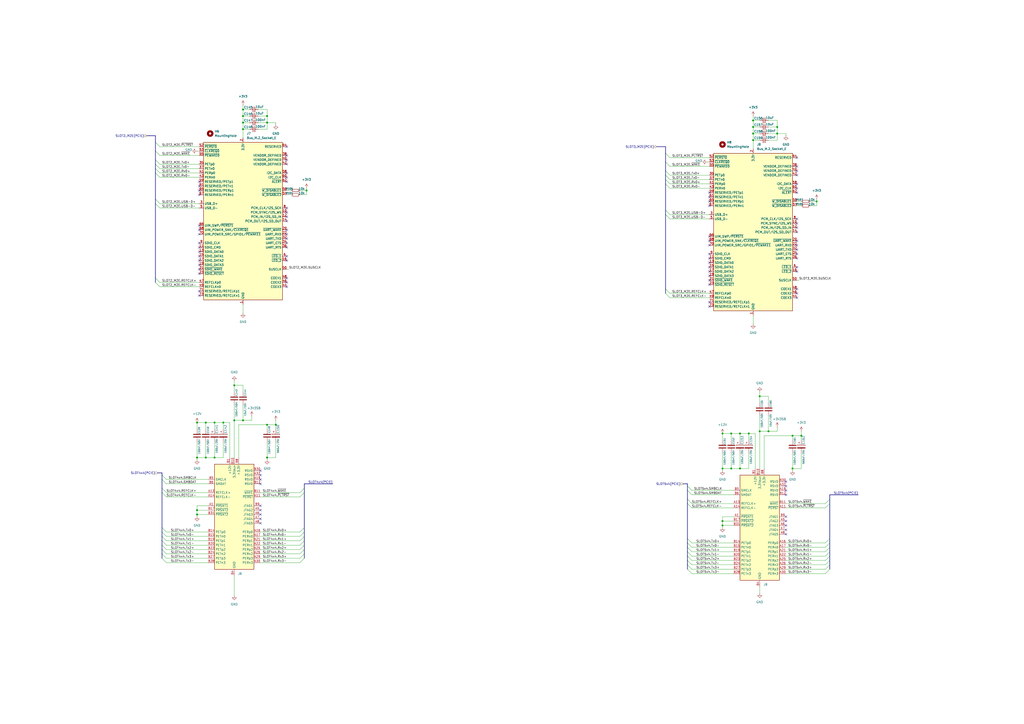
<source format=kicad_sch>
(kicad_sch (version 20250114) (generator "eeschema") (generator_version "9.0")
  (paper "A2")
  (junction (at 154.94 71.12))
  (junction (at 114.3 245.11))
  (junction (at 119.38 265.43))
  (junction (at 119.38 245.11))
  (junction (at 419.1 302.26))
  (junction (at 419.1 251.46))
  (junction (at 114.3 265.43))
  (junction (at 473.71 116.84))
  (junction (at 445.77 250.19))
  (junction (at 464.82 252.73))
  (junction (at 436.88 81.28))
  (junction (at 436.88 73.66))
  (junction (at 434.34 251.46))
  (junction (at 440.69 229.87))
  (junction (at 450.85 77.47))
  (junction (at 140.97 74.93))
  (junction (at 459.74 271.78))
  (junction (at 424.18 251.46))
  (junction (at 140.97 243.84))
  (junction (at 140.97 67.31))
  (junction (at 419.1 271.78))
  (junction (at 135.89 223.52))
  (junction (at 419.1 304.8))
  (junction (at 154.94 246.38))
  (junction (at 424.18 271.78))
  (junction (at 429.26 271.78))
  (junction (at 129.54 245.11))
  (junction (at 114.3 298.45))
  (junction (at 135.89 243.84))
  (junction (at 154.94 265.43))
  (junction (at 450.85 73.66))
  (junction (at 114.3 295.91))
  (junction (at 429.26 251.46))
  (junction (at 160.02 246.38))
  (junction (at 459.74 252.73))
  (junction (at 154.94 67.31))
  (junction (at 177.8 110.49))
  (junction (at 124.46 245.11))
  (junction (at 436.88 77.47))
  (junction (at 436.88 69.85))
  (junction (at 140.97 63.5))
  (junction (at 140.97 71.12))
  (junction (at 440.69 250.19))
  (junction (at 124.46 265.43))
  (no_connect (at 115.57 146.05))
  (no_connect (at 462.28 172.72))
  (no_connect (at 115.57 143.51))
  (no_connect (at 462.28 111.76))
  (no_connect (at 151.13 293.37))
  (no_connect (at 462.28 149.86))
  (no_connect (at 115.57 113.03))
  (no_connect (at 411.48 175.26))
  (no_connect (at 115.57 158.75))
  (no_connect (at 115.57 135.89))
  (no_connect (at 455.93 287.02))
  (no_connect (at 166.37 125.73))
  (no_connect (at 166.37 92.71))
  (no_connect (at 462.28 134.62))
  (no_connect (at 151.13 300.99))
  (no_connect (at 455.93 302.26))
  (no_connect (at 166.37 128.27))
  (no_connect (at 166.37 163.83))
  (no_connect (at 115.57 105.41))
  (no_connect (at 462.28 96.52))
  (no_connect (at 462.28 147.32))
  (no_connect (at 411.48 116.84))
  (no_connect (at 462.28 101.6))
  (no_connect (at 115.57 153.67))
  (no_connect (at 462.28 91.44))
  (no_connect (at 455.93 309.88))
  (no_connect (at 462.28 106.68))
  (no_connect (at 166.37 90.17))
  (no_connect (at 411.48 137.16))
  (no_connect (at 411.48 157.48))
  (no_connect (at 462.28 139.7))
  (no_connect (at 411.48 162.56))
  (no_connect (at 166.37 85.09))
  (no_connect (at 455.93 299.72))
  (no_connect (at 411.48 152.4))
  (no_connect (at 462.28 99.06))
  (no_connect (at 115.57 168.91))
  (no_connect (at 462.28 142.24))
  (no_connect (at 166.37 138.43))
  (no_connect (at 455.93 279.4))
  (no_connect (at 411.48 139.7))
  (no_connect (at 151.13 278.13))
  (no_connect (at 166.37 100.33))
  (no_connect (at 462.28 154.94))
  (no_connect (at 462.28 144.78))
  (no_connect (at 151.13 303.53))
  (no_connect (at 462.28 157.48))
  (no_connect (at 151.13 275.59))
  (no_connect (at 151.13 295.91))
  (no_connect (at 115.57 110.49))
  (no_connect (at 462.28 129.54))
  (no_connect (at 411.48 147.32))
  (no_connect (at 411.48 114.3))
  (no_connect (at 115.57 151.13))
  (no_connect (at 455.93 284.48))
  (no_connect (at 166.37 151.13))
  (no_connect (at 455.93 281.94))
  (no_connect (at 166.37 95.25))
  (no_connect (at 166.37 123.19))
  (no_connect (at 115.57 156.21))
  (no_connect (at 151.13 298.45))
  (no_connect (at 166.37 133.35))
  (no_connect (at 166.37 140.97))
  (no_connect (at 462.28 132.08))
  (no_connect (at 411.48 177.8))
  (no_connect (at 115.57 171.45))
  (no_connect (at 115.57 107.95))
  (no_connect (at 166.37 135.89))
  (no_connect (at 411.48 142.24))
  (no_connect (at 411.48 160.02))
  (no_connect (at 166.37 143.51))
  (no_connect (at 411.48 149.86))
  (no_connect (at 166.37 120.65))
  (no_connect (at 115.57 130.81))
  (no_connect (at 462.28 127))
  (no_connect (at 166.37 102.87))
  (no_connect (at 166.37 161.29))
  (no_connect (at 411.48 154.94))
  (no_connect (at 151.13 280.67))
  (no_connect (at 411.48 111.76))
  (no_connect (at 115.57 133.35))
  (no_connect (at 462.28 170.18))
  (no_connect (at 151.13 273.05))
  (no_connect (at 166.37 148.59))
  (no_connect (at 115.57 148.59))
  (no_connect (at 462.28 109.22))
  (no_connect (at 166.37 105.41))
  (no_connect (at 455.93 304.8))
  (no_connect (at 115.57 140.97))
  (no_connect (at 455.93 307.34))
  (no_connect (at 411.48 165.1))
  (no_connect (at 411.48 119.38))
  (no_connect (at 462.28 167.64))
  (no_connect (at 166.37 166.37))
  (bus_entry (at 90.17 115.57) (size 2.54 2.54))
  (bus_entry (at 481.33 330.2) (size -2.54 2.54))
  (bus_entry (at 481.33 320.04) (size -2.54 2.54))
  (bus_entry (at 481.33 289.56) (size -2.54 2.54))
  (bus_entry (at 386.08 88.9) (size 2.54 2.54))
  (bus_entry (at 176.53 323.85) (size -2.54 2.54))
  (bus_entry (at 386.08 93.98) (size 2.54 2.54))
  (bus_entry (at 176.53 311.15) (size -2.54 2.54))
  (bus_entry (at 176.53 283.21) (size -2.54 2.54))
  (bus_entry (at 398.78 281.94) (size 2.54 2.54))
  (bus_entry (at 93.98 308.61) (size 2.54 2.54))
  (bus_entry (at 176.53 316.23) (size -2.54 2.54))
  (bus_entry (at 481.33 312.42) (size -2.54 2.54))
  (bus_entry (at 90.17 82.55) (size 2.54 2.54))
  (bus_entry (at 90.17 163.83) (size 2.54 2.54))
  (bus_entry (at 93.98 316.23) (size 2.54 2.54))
  (bus_entry (at 176.53 306.07) (size -2.54 2.54))
  (bus_entry (at 398.78 325.12) (size 2.54 2.54))
  (bus_entry (at 176.53 318.77) (size -2.54 2.54))
  (bus_entry (at 386.08 101.6) (size 2.54 2.54))
  (bus_entry (at 90.17 100.33) (size 2.54 2.54))
  (bus_entry (at 93.98 321.31) (size 2.54 2.54))
  (bus_entry (at 386.08 104.14) (size 2.54 2.54))
  (bus_entry (at 90.17 92.71) (size 2.54 2.54))
  (bus_entry (at 93.98 323.85) (size 2.54 2.54))
  (bus_entry (at 93.98 311.15) (size 2.54 2.54))
  (bus_entry (at 176.53 308.61) (size -2.54 2.54))
  (bus_entry (at 93.98 283.21) (size 2.54 2.54))
  (bus_entry (at 481.33 327.66) (size -2.54 2.54))
  (bus_entry (at 93.98 278.13) (size 2.54 2.54))
  (bus_entry (at 90.17 95.25) (size 2.54 2.54))
  (bus_entry (at 481.33 292.1) (size -2.54 2.54))
  (bus_entry (at 93.98 318.77) (size 2.54 2.54))
  (bus_entry (at 176.53 285.75) (size -2.54 2.54))
  (bus_entry (at 93.98 313.69) (size 2.54 2.54))
  (bus_entry (at 93.98 285.75) (size 2.54 2.54))
  (bus_entry (at 398.78 322.58) (size 2.54 2.54))
  (bus_entry (at 398.78 289.56) (size 2.54 2.54))
  (bus_entry (at 398.78 327.66) (size 2.54 2.54))
  (bus_entry (at 398.78 330.2) (size 2.54 2.54))
  (bus_entry (at 386.08 99.06) (size 2.54 2.54))
  (bus_entry (at 481.33 317.5) (size -2.54 2.54))
  (bus_entry (at 398.78 320.04) (size 2.54 2.54))
  (bus_entry (at 90.17 118.11) (size 2.54 2.54))
  (bus_entry (at 93.98 306.07) (size 2.54 2.54))
  (bus_entry (at 386.08 167.64) (size 2.54 2.54))
  (bus_entry (at 398.78 314.96) (size 2.54 2.54))
  (bus_entry (at 386.08 106.68) (size 2.54 2.54))
  (bus_entry (at 176.53 321.31) (size -2.54 2.54))
  (bus_entry (at 398.78 292.1) (size 2.54 2.54))
  (bus_entry (at 481.33 314.96) (size -2.54 2.54))
  (bus_entry (at 90.17 161.29) (size 2.54 2.54))
  (bus_entry (at 398.78 317.5) (size 2.54 2.54))
  (bus_entry (at 386.08 170.18) (size 2.54 2.54))
  (bus_entry (at 481.33 325.12) (size -2.54 2.54))
  (bus_entry (at 386.08 124.46) (size 2.54 2.54))
  (bus_entry (at 386.08 121.92) (size 2.54 2.54))
  (bus_entry (at 176.53 313.69) (size -2.54 2.54))
  (bus_entry (at 93.98 275.59) (size 2.54 2.54))
  (bus_entry (at 90.17 97.79) (size 2.54 2.54))
  (bus_entry (at 398.78 312.42) (size 2.54 2.54))
  (bus_entry (at 481.33 322.58) (size -2.54 2.54))
  (bus_entry (at 398.78 284.48) (size 2.54 2.54))
  (bus_entry (at 90.17 87.63) (size 2.54 2.54))
  (wire (pts (xy 459.74 252.73) (xy 459.74 255.27)))
  (wire (pts (xy 473.71 119.38) (xy 473.71 116.84)))
  (bus (pts (xy 93.98 306.07) (xy 93.98 308.61)))
  (wire (pts (xy 419.1 299.72) (xy 425.45 299.72)))
  (wire (pts (xy 450.85 81.28) (xy 450.85 77.47)))
  (wire (pts (xy 154.94 256.54) (xy 154.94 265.43)))
  (wire (pts (xy 388.62 170.18) (xy 411.48 170.18)))
  (wire (pts (xy 135.89 334.01) (xy 135.89 345.44)))
  (wire (pts (xy 146.05 243.84) (xy 146.05 241.3)))
  (wire (pts (xy 455.93 77.47) (xy 455.93 78.74)))
  (wire (pts (xy 114.3 87.63) (xy 115.57 87.63)))
  (wire (pts (xy 464.82 262.89) (xy 464.82 271.78)))
  (bus (pts (xy 93.98 313.69) (xy 93.98 316.23)))
  (bus (pts (xy 481.33 312.42) (xy 481.33 314.96)))
  (wire (pts (xy 388.62 124.46) (xy 411.48 124.46)))
  (wire (pts (xy 419.1 304.8) (xy 419.1 302.26)))
  (wire (pts (xy 151.13 285.75) (xy 173.99 285.75)))
  (wire (pts (xy 424.18 262.89) (xy 424.18 271.78)))
  (wire (pts (xy 135.89 243.84) (xy 140.97 243.84)))
  (bus (pts (xy 481.33 292.1) (xy 481.33 312.42)))
  (bus (pts (xy 176.53 285.75) (xy 176.53 306.07)))
  (wire (pts (xy 140.97 71.12) (xy 140.97 67.31)))
  (wire (pts (xy 440.69 229.87) (xy 440.69 233.68)))
  (bus (pts (xy 176.53 308.61) (xy 176.53 311.15)))
  (wire (pts (xy 450.85 69.85) (xy 445.77 69.85)))
  (wire (pts (xy 462.28 119.38) (xy 464.82 119.38)))
  (wire (pts (xy 154.94 265.43) (xy 154.94 266.7)))
  (bus (pts (xy 93.98 308.61) (xy 93.98 311.15)))
  (wire (pts (xy 151.13 288.29) (xy 173.99 288.29)))
  (bus (pts (xy 386.08 99.06) (xy 386.08 101.6)))
  (wire (pts (xy 124.46 256.54) (xy 124.46 265.43)))
  (bus (pts (xy 93.98 274.32) (xy 93.98 275.59)))
  (bus (pts (xy 90.17 115.57) (xy 90.17 118.11)))
  (wire (pts (xy 436.88 77.47) (xy 440.69 77.47)))
  (wire (pts (xy 140.97 60.96) (xy 140.97 63.5)))
  (wire (pts (xy 140.97 74.93) (xy 140.97 71.12)))
  (wire (pts (xy 410.21 93.98) (xy 411.48 93.98)))
  (wire (pts (xy 455.93 320.04) (xy 478.79 320.04)))
  (bus (pts (xy 93.98 321.31) (xy 93.98 323.85)))
  (wire (pts (xy 154.94 71.12) (xy 160.02 71.12)))
  (bus (pts (xy 398.78 292.1) (xy 398.78 312.42)))
  (wire (pts (xy 450.85 77.47) (xy 455.93 77.47)))
  (wire (pts (xy 388.62 172.72) (xy 411.48 172.72)))
  (wire (pts (xy 401.32 322.58) (xy 425.45 322.58)))
  (wire (pts (xy 129.54 256.54) (xy 129.54 265.43)))
  (bus (pts (xy 398.78 327.66) (xy 398.78 330.2)))
  (bus (pts (xy 398.78 284.48) (xy 398.78 289.56)))
  (wire (pts (xy 462.28 162.56) (xy 463.55 162.56)))
  (wire (pts (xy 440.69 340.36) (xy 440.69 344.17)))
  (wire (pts (xy 154.94 63.5) (xy 149.86 63.5)))
  (wire (pts (xy 140.97 74.93) (xy 144.78 74.93)))
  (wire (pts (xy 124.46 265.43) (xy 119.38 265.43)))
  (wire (pts (xy 166.37 113.03) (xy 168.91 113.03)))
  (wire (pts (xy 173.99 110.49) (xy 177.8 110.49)))
  (bus (pts (xy 481.33 320.04) (xy 481.33 322.58)))
  (bus (pts (xy 398.78 314.96) (xy 398.78 317.5)))
  (bus (pts (xy 386.08 104.14) (xy 386.08 106.68)))
  (wire (pts (xy 419.1 251.46) (xy 419.1 255.27)))
  (bus (pts (xy 93.98 283.21) (xy 93.98 285.75)))
  (wire (pts (xy 96.52 326.39) (xy 120.65 326.39)))
  (wire (pts (xy 96.52 285.75) (xy 120.65 285.75)))
  (wire (pts (xy 436.88 77.47) (xy 436.88 73.66)))
  (bus (pts (xy 386.08 93.98) (xy 386.08 99.06)))
  (wire (pts (xy 459.74 271.78) (xy 459.74 273.05)))
  (wire (pts (xy 455.93 325.12) (xy 478.79 325.12)))
  (bus (pts (xy 93.98 318.77) (xy 93.98 321.31)))
  (bus (pts (xy 90.17 97.79) (xy 90.17 100.33)))
  (wire (pts (xy 419.1 271.78) (xy 419.1 273.05)))
  (wire (pts (xy 135.89 220.98) (xy 135.89 223.52)))
  (wire (pts (xy 445.77 250.19) (xy 450.85 250.19)))
  (bus (pts (xy 90.17 95.25) (xy 90.17 97.79)))
  (wire (pts (xy 140.97 243.84) (xy 146.05 243.84)))
  (wire (pts (xy 388.62 109.22) (xy 411.48 109.22)))
  (wire (pts (xy 469.9 119.38) (xy 473.71 119.38)))
  (wire (pts (xy 434.34 262.89) (xy 434.34 271.78)))
  (bus (pts (xy 93.98 275.59) (xy 93.98 278.13)))
  (wire (pts (xy 114.3 299.72) (xy 114.3 298.45)))
  (wire (pts (xy 140.97 63.5) (xy 144.78 63.5)))
  (wire (pts (xy 419.1 302.26) (xy 419.1 299.72)))
  (wire (pts (xy 92.71 97.79) (xy 115.57 97.79)))
  (wire (pts (xy 96.52 311.15) (xy 120.65 311.15)))
  (wire (pts (xy 114.3 256.54) (xy 114.3 265.43)))
  (wire (pts (xy 464.82 252.73) (xy 464.82 255.27)))
  (bus (pts (xy 90.17 92.71) (xy 90.17 95.25)))
  (wire (pts (xy 455.93 330.2) (xy 478.79 330.2)))
  (bus (pts (xy 398.78 320.04) (xy 398.78 322.58)))
  (wire (pts (xy 445.77 77.47) (xy 450.85 77.47)))
  (wire (pts (xy 436.88 73.66) (xy 436.88 69.85)))
  (wire (pts (xy 151.13 308.61) (xy 173.99 308.61)))
  (wire (pts (xy 462.28 116.84) (xy 464.82 116.84)))
  (bus (pts (xy 386.08 85.09) (xy 386.08 88.9)))
  (wire (pts (xy 151.13 318.77) (xy 173.99 318.77)))
  (bus (pts (xy 481.33 289.56) (xy 481.33 292.1)))
  (wire (pts (xy 419.1 302.26) (xy 425.45 302.26)))
  (wire (pts (xy 455.93 292.1) (xy 478.79 292.1)))
  (bus (pts (xy 398.78 280.67) (xy 398.78 281.94)))
  (wire (pts (xy 419.1 262.89) (xy 419.1 271.78)))
  (wire (pts (xy 388.62 101.6) (xy 411.48 101.6)))
  (wire (pts (xy 96.52 288.29) (xy 120.65 288.29)))
  (wire (pts (xy 455.93 294.64) (xy 478.79 294.64)))
  (bus (pts (xy 481.33 317.5) (xy 481.33 320.04)))
  (wire (pts (xy 388.62 106.68) (xy 411.48 106.68)))
  (wire (pts (xy 92.71 163.83) (xy 115.57 163.83)))
  (wire (pts (xy 440.69 227.33) (xy 440.69 229.87)))
  (wire (pts (xy 135.89 265.43) (xy 135.89 243.84)))
  (wire (pts (xy 436.88 67.31) (xy 436.88 69.85)))
  (wire (pts (xy 140.97 67.31) (xy 140.97 63.5)))
  (bus (pts (xy 481.33 325.12) (xy 481.33 327.66)))
  (bus (pts (xy 481.33 322.58) (xy 481.33 325.12)))
  (wire (pts (xy 440.69 271.78) (xy 440.69 250.19)))
  (wire (pts (xy 124.46 245.11) (xy 124.46 248.92)))
  (wire (pts (xy 464.82 252.73) (xy 464.82 250.19)))
  (wire (pts (xy 166.37 156.21) (xy 167.64 156.21)))
  (bus (pts (xy 398.78 312.42) (xy 398.78 314.96)))
  (wire (pts (xy 96.52 316.23) (xy 120.65 316.23)))
  (wire (pts (xy 114.3 295.91) (xy 120.65 295.91)))
  (bus (pts (xy 85.09 78.74) (xy 90.17 78.74)))
  (wire (pts (xy 388.62 104.14) (xy 411.48 104.14)))
  (wire (pts (xy 135.89 223.52) (xy 135.89 227.33)))
  (wire (pts (xy 92.71 100.33) (xy 115.57 100.33)))
  (bus (pts (xy 90.17 87.63) (xy 90.17 92.71)))
  (wire (pts (xy 140.97 71.12) (xy 144.78 71.12)))
  (wire (pts (xy 401.32 320.04) (xy 425.45 320.04)))
  (wire (pts (xy 96.52 313.69) (xy 120.65 313.69)))
  (wire (pts (xy 129.54 248.92) (xy 129.54 245.11)))
  (wire (pts (xy 419.1 304.8) (xy 425.45 304.8)))
  (wire (pts (xy 119.38 245.11) (xy 119.38 248.92)))
  (bus (pts (xy 176.53 316.23) (xy 176.53 318.77)))
  (bus (pts (xy 481.33 327.66) (xy 481.33 330.2)))
  (wire (pts (xy 151.13 313.69) (xy 173.99 313.69)))
  (bus (pts (xy 381 85.09) (xy 386.08 85.09)))
  (wire (pts (xy 443.23 252.73) (xy 459.74 252.73)))
  (wire (pts (xy 133.35 265.43) (xy 133.35 245.11)))
  (wire (pts (xy 140.97 223.52) (xy 135.89 223.52)))
  (wire (pts (xy 473.71 116.84) (xy 473.71 115.57)))
  (wire (pts (xy 92.71 85.09) (xy 115.57 85.09)))
  (wire (pts (xy 401.32 330.2) (xy 425.45 330.2)))
  (wire (pts (xy 154.94 74.93) (xy 154.94 71.12)))
  (wire (pts (xy 92.71 118.11) (xy 115.57 118.11)))
  (wire (pts (xy 114.3 295.91) (xy 114.3 293.37)))
  (wire (pts (xy 436.88 73.66) (xy 440.69 73.66)))
  (bus (pts (xy 90.17 82.55) (xy 90.17 87.63)))
  (wire (pts (xy 401.32 284.48) (xy 425.45 284.48)))
  (bus (pts (xy 90.17 118.11) (xy 90.17 161.29)))
  (wire (pts (xy 92.71 90.17) (xy 115.57 90.17)))
  (wire (pts (xy 401.32 317.5) (xy 425.45 317.5)))
  (wire (pts (xy 119.38 256.54) (xy 119.38 265.43)))
  (wire (pts (xy 151.13 326.39) (xy 173.99 326.39)))
  (wire (pts (xy 459.74 262.89) (xy 459.74 271.78)))
  (wire (pts (xy 140.97 67.31) (xy 144.78 67.31)))
  (wire (pts (xy 419.1 251.46) (xy 424.18 251.46)))
  (wire (pts (xy 149.86 71.12) (xy 154.94 71.12)))
  (bus (pts (xy 93.98 278.13) (xy 93.98 283.21)))
  (wire (pts (xy 388.62 96.52) (xy 411.48 96.52)))
  (wire (pts (xy 114.3 245.11) (xy 119.38 245.11)))
  (wire (pts (xy 401.32 314.96) (xy 425.45 314.96)))
  (bus (pts (xy 398.78 317.5) (xy 398.78 320.04)))
  (wire (pts (xy 114.3 298.45) (xy 120.65 298.45)))
  (wire (pts (xy 96.52 280.67) (xy 120.65 280.67)))
  (wire (pts (xy 160.02 265.43) (xy 154.94 265.43)))
  (wire (pts (xy 151.13 311.15) (xy 173.99 311.15)))
  (wire (pts (xy 459.74 252.73) (xy 464.82 252.73)))
  (wire (pts (xy 450.85 73.66) (xy 450.85 69.85)))
  (wire (pts (xy 160.02 246.38) (xy 160.02 248.92)))
  (wire (pts (xy 464.82 271.78) (xy 459.74 271.78)))
  (wire (pts (xy 455.93 332.74) (xy 478.79 332.74)))
  (wire (pts (xy 114.3 298.45) (xy 114.3 295.91)))
  (wire (pts (xy 438.15 271.78) (xy 438.15 251.46)))
  (wire (pts (xy 177.8 113.03) (xy 177.8 110.49)))
  (wire (pts (xy 140.97 176.53) (xy 140.97 181.61)))
  (wire (pts (xy 401.32 294.64) (xy 425.45 294.64)))
  (wire (pts (xy 173.99 113.03) (xy 177.8 113.03)))
  (bus (pts (xy 176.53 283.21) (xy 176.53 285.75)))
  (wire (pts (xy 96.52 278.13) (xy 120.65 278.13)))
  (wire (pts (xy 436.88 81.28) (xy 436.88 77.47)))
  (wire (pts (xy 455.93 314.96) (xy 478.79 314.96)))
  (wire (pts (xy 154.94 71.12) (xy 154.94 67.31)))
  (bus (pts (xy 93.98 311.15) (xy 93.98 313.69)))
  (wire (pts (xy 434.34 271.78) (xy 429.26 271.78)))
  (bus (pts (xy 398.78 281.94) (xy 398.78 284.48)))
  (wire (pts (xy 445.77 233.68) (xy 445.77 229.87)))
  (bus (pts (xy 176.53 280.67) (xy 176.53 283.21)))
  (wire (pts (xy 96.52 323.85) (xy 120.65 323.85)))
  (bus (pts (xy 386.08 121.92) (xy 386.08 124.46)))
  (wire (pts (xy 114.3 245.11) (xy 114.3 248.92)))
  (wire (pts (xy 445.77 229.87) (xy 440.69 229.87)))
  (bus (pts (xy 497.84 287.02) (xy 481.33 287.02)))
  (wire (pts (xy 388.62 127) (xy 411.48 127)))
  (wire (pts (xy 92.71 166.37) (xy 115.57 166.37)))
  (bus (pts (xy 176.53 311.15) (xy 176.53 313.69)))
  (bus (pts (xy 176.53 306.07) (xy 176.53 308.61)))
  (wire (pts (xy 455.93 327.66) (xy 478.79 327.66)))
  (bus (pts (xy 93.98 285.75) (xy 93.98 306.07)))
  (bus (pts (xy 93.98 316.23) (xy 93.98 318.77)))
  (wire (pts (xy 114.3 293.37) (xy 120.65 293.37)))
  (wire (pts (xy 129.54 265.43) (xy 124.46 265.43)))
  (bus (pts (xy 386.08 167.64) (xy 386.08 170.18)))
  (wire (pts (xy 445.77 73.66) (xy 450.85 73.66)))
  (wire (pts (xy 92.71 102.87) (xy 115.57 102.87)))
  (wire (pts (xy 419.1 306.07) (xy 419.1 304.8)))
  (bus (pts (xy 481.33 287.02) (xy 481.33 289.56)))
  (wire (pts (xy 166.37 110.49) (xy 168.91 110.49)))
  (wire (pts (xy 151.13 321.31) (xy 173.99 321.31)))
  (wire (pts (xy 434.34 255.27) (xy 434.34 251.46)))
  (bus (pts (xy 386.08 88.9) (xy 386.08 93.98)))
  (wire (pts (xy 119.38 245.11) (xy 124.46 245.11)))
  (wire (pts (xy 450.85 250.19) (xy 450.85 247.65)))
  (wire (pts (xy 440.69 241.3) (xy 440.69 250.19)))
  (bus (pts (xy 90.17 78.74) (xy 90.17 82.55)))
  (wire (pts (xy 138.43 246.38) (xy 138.43 265.43)))
  (wire (pts (xy 140.97 234.95) (xy 140.97 243.84)))
  (bus (pts (xy 481.33 314.96) (xy 481.33 317.5)))
  (wire (pts (xy 96.52 308.61) (xy 120.65 308.61)))
  (wire (pts (xy 424.18 251.46) (xy 429.26 251.46)))
  (wire (pts (xy 455.93 317.5) (xy 478.79 317.5)))
  (wire (pts (xy 429.26 262.89) (xy 429.26 271.78)))
  (bus (pts (xy 90.17 161.29) (xy 90.17 163.83)))
  (wire (pts (xy 140.97 227.33) (xy 140.97 223.52)))
  (wire (pts (xy 401.32 332.74) (xy 425.45 332.74)))
  (wire (pts (xy 154.94 246.38) (xy 154.94 248.92)))
  (bus (pts (xy 176.53 321.31) (xy 176.53 323.85)))
  (wire (pts (xy 445.77 81.28) (xy 450.85 81.28)))
  (bus (pts (xy 176.53 313.69) (xy 176.53 316.23)))
  (bus (pts (xy 90.17 100.33) (xy 90.17 115.57)))
  (wire (pts (xy 469.9 116.84) (xy 473.71 116.84)))
  (wire (pts (xy 135.89 234.95) (xy 135.89 243.84)))
  (wire (pts (xy 114.3 265.43) (xy 114.3 266.7)))
  (bus (pts (xy 398.78 322.58) (xy 398.78 325.12)))
  (wire (pts (xy 388.62 91.44) (xy 411.48 91.44)))
  (wire (pts (xy 96.52 321.31) (xy 120.65 321.31)))
  (wire (pts (xy 401.32 287.02) (xy 425.45 287.02)))
  (wire (pts (xy 149.86 74.93) (xy 154.94 74.93)))
  (wire (pts (xy 440.69 250.19) (xy 445.77 250.19)))
  (wire (pts (xy 438.15 251.46) (xy 434.34 251.46)))
  (wire (pts (xy 140.97 80.01) (xy 140.97 74.93)))
  (wire (pts (xy 401.32 325.12) (xy 425.45 325.12)))
  (bus (pts (xy 386.08 106.68) (xy 386.08 121.92)))
  (wire (pts (xy 92.71 120.65) (xy 115.57 120.65)))
  (wire (pts (xy 177.8 110.49) (xy 177.8 109.22)))
  (wire (pts (xy 151.13 316.23) (xy 173.99 316.23)))
  (bus (pts (xy 193.04 280.67) (xy 176.53 280.67)))
  (wire (pts (xy 424.18 271.78) (xy 419.1 271.78)))
  (bus (pts (xy 398.78 325.12) (xy 398.78 327.66)))
  (wire (pts (xy 436.88 81.28) (xy 440.69 81.28)))
  (bus (pts (xy 398.78 289.56) (xy 398.78 292.1)))
  (wire (pts (xy 443.23 252.73) (xy 443.23 271.78)))
  (wire (pts (xy 151.13 323.85) (xy 173.99 323.85)))
  (wire (pts (xy 119.38 265.43) (xy 114.3 265.43)))
  (wire (pts (xy 149.86 67.31) (xy 154.94 67.31)))
  (wire (pts (xy 138.43 246.38) (xy 154.94 246.38)))
  (wire (pts (xy 96.52 318.77) (xy 120.65 318.77)))
  (bus (pts (xy 396.24 280.67) (xy 398.78 280.67)))
  (wire (pts (xy 429.26 251.46) (xy 429.26 255.27)))
  (wire (pts (xy 124.46 245.11) (xy 129.54 245.11)))
  (wire (pts (xy 154.94 246.38) (xy 160.02 246.38)))
  (wire (pts (xy 401.32 292.1) (xy 425.45 292.1)))
  (wire (pts (xy 133.35 245.11) (xy 129.54 245.11)))
  (wire (pts (xy 160.02 71.12) (xy 160.02 72.39)))
  (wire (pts (xy 401.32 327.66) (xy 425.45 327.66)))
  (wire (pts (xy 455.93 322.58) (xy 478.79 322.58)))
  (wire (pts (xy 436.88 69.85) (xy 440.69 69.85)))
  (wire (pts (xy 436.88 182.88) (xy 436.88 187.96)))
  (wire (pts (xy 436.88 86.36) (xy 436.88 81.28)))
  (wire (pts (xy 424.18 251.46) (xy 424.18 255.27)))
  (wire (pts (xy 160.02 246.38) (xy 160.02 243.84)))
  (wire (pts (xy 429.26 271.78) (xy 424.18 271.78)))
  (wire (pts (xy 154.94 67.31) (xy 154.94 63.5)))
  (wire (pts (xy 160.02 256.54) (xy 160.02 265.43)))
  (bus (pts (xy 176.53 318.77) (xy 176.53 321.31)))
  (bus (pts (xy 91.44 274.32) (xy 93.98 274.32)))
  (wire (pts (xy 445.77 241.3) (xy 445.77 250.19)))
  (bus (pts (xy 386.08 124.46) (xy 386.08 167.64)))
  (wire (pts (xy 450.85 77.47) (xy 450.85 73.66)))
  (wire (pts (xy 92.71 95.25) (xy 115.57 95.25)))
  (wire (pts (xy 429.26 251.46) (xy 434.34 251.46)))
  (bus (pts (xy 386.08 101.6) (xy 386.08 104.14)))
  (label "SLOT5x4.Rx1+" (at 457.2 320.04 0))
  (label "SLOT4x4.Tx2-" (at 99.06 321.31 0))
  (label "SLOT5x4.SMBDAT" (at 402.59 287.02 0))
  (label "SLOT3_M2E.~{WAKE}" (at 389.89 96.52 0))
  (label "SLOT4x4.Rx0-" (at 152.4 311.15 0))
  (label "SLOT5x4.Tx1-" (at 403.86 322.58 0))
  (label "SLOT2_M2E.USB-D-" (at 93.98 120.65 0))
  (label "SLOT2_M2E.Tx0-" (at 93.98 97.79 0))
  (label "SLOT5x4.~{PLTRST}" (at 457.2 294.64 0))
  (label "SLOT5x4.Tx2+" (at 403.86 325.12 0))
  (label "SLOT5x4.REFCLK+" (at 401.32 292.1 0))
  (label "SLOT4x4.Rx2-" (at 152.4 321.31 0))
  (label "SLOT5x4.Rx0-" (at 457.2 317.5 0))
  (label "SLOT4x4.Tx1+" (at 99.06 313.69 0))
  (label "SLOT4x4.Tx1-" (at 99.06 316.23 0))
  (label "SLOT5x4.Rx3-" (at 457.2 332.74 0))
  (label "SLOT3_M2E.USB-D-" (at 389.89 127 0))
  (label "SLOT5x4.Rx3+" (at 457.2 330.2 0))
  (label "SLOT3_M2E.Tx0-" (at 389.89 104.14 0))
  (label "SLOT2_M2E.REFCLK+" (at 93.98 163.83 0))
  (label "SLOT3_M2E.Tx0+" (at 389.89 101.6 0))
  (label "SLOT2_M2E.~{PLTRST}" (at 93.98 85.09 0))
  (label "SLOT5x4.SMBCLK" (at 402.59 284.48 0))
  (label "SLOT3_M2E.REFCLK-" (at 389.89 172.72 0))
  (label "SLOT2_M2E.Rx0-" (at 93.98 102.87 0))
  (label "SLOT3_M2E.Rx0+" (at 389.89 106.68 0))
  (label "SLOT5x4.Tx2-" (at 403.86 327.66 0))
  (label "SLOT5x4.Rx2-" (at 457.2 327.66 0))
  (label "SLOT2_M2E.REFCLK-" (at 93.98 166.37 0))
  (label "SLOT5x4.Tx0+" (at 403.86 314.96 0))
  (label "SLOT4x4.Rx1-" (at 152.4 316.23 0))
  (label "SLOT5x4.~{WAKE}" (at 457.2 292.1 0))
  (label "SLOT5x4.Tx3+" (at 403.86 330.2 0))
  (label "SLOT3_M2E.REFCLK+" (at 389.89 170.18 0))
  (label "SLOT4x4{PCIE}" (at 193.04 280.67 180))
  (label "SLOT4x4.Tx3+" (at 99.06 323.85 0))
  (label "SLOT3_M2E.USB-D+" (at 389.89 124.46 0))
  (label "SLOT2_M2E.SUSCLK" (at 167.64 156.21 0))
  (label "SLOT4x4.Rx3+" (at 152.4 323.85 0))
  (label "SLOT5x4.REFCLK-" (at 401.32 294.64 0))
  (label "SLOT4x4.REFCLK-" (at 96.52 288.29 0))
  (label "SLOT4x4.Tx2+" (at 99.06 318.77 0))
  (label "SLOT4x4.Tx0-" (at 99.06 311.15 0))
  (label "SLOT4x4.REFCLK+" (at 96.52 285.75 0))
  (label "SLOT4x4.Tx0+" (at 99.06 308.61 0))
  (label "SLOT5x4{PCIE}" (at 497.84 287.02 180))
  (label "SLOT5x4.Tx1+" (at 403.86 320.04 0))
  (label "SLOT2_M2E.Rx0+" (at 93.98 100.33 0))
  (label "SLOT2_M2E.USB-D+" (at 93.98 118.11 0))
  (label "SLOT4x4.Rx1+" (at 152.4 313.69 0))
  (label "SLOT2_M2E.~{WAKE}" (at 93.98 90.17 0))
  (label "SLOT4x4.Tx3-" (at 99.06 326.39 0))
  (label "SLOT4x4.~{WAKE}" (at 152.4 285.75 0))
  (label "SLOT4x4.Rx3-" (at 152.4 326.39 0))
  (label "SLOT4x4.SMBCLK" (at 97.79 278.13 0))
  (label "SLOT4x4.Rx0+" (at 152.4 308.61 0))
  (label "SLOT3_M2E.SUSCLK" (at 463.55 162.56 0))
  (label "SLOT2_M2E.Tx0+" (at 93.98 95.25 0))
  (label "SLOT4x4.Rx2+" (at 152.4 318.77 0))
  (label "SLOT5x4.Rx1-" (at 457.2 322.58 0))
  (label "SLOT4x4.~{PLTRST}" (at 152.4 288.29 0))
  (label "SLOT3_M2E.~{PLTRST}" (at 389.89 91.44 0))
  (label "SLOT5x4.Tx0-" (at 403.86 317.5 0))
  (label "SLOT5x4.Rx0+" (at 457.2 314.96 0))
  (label "SLOT5x4.Rx2+" (at 457.2 325.12 0))
  (label "SLOT4x4.SMBDAT" (at 97.79 280.67 0))
  (label "SLOT5x4.Tx3-" (at 403.86 332.74 0))
  (label "SLOT3_M2E.Rx0-" (at 389.89 109.22 0))
  (hierarchical_label "SLOT5x4{PCIE}" (shape input) (at 396.24 280.67 180))
  (hierarchical_label "SLOT4x4{PCIE}" (shape input) (at 91.44 274.32 180))
  (hierarchical_label "SLOT3_M2E{PCIE}" (shape input) (at 381 85.09 180))
  (hierarchical_label "SLOT2_M2E{PCIE}" (shape input) (at 85.09 78.74 180))
  (symbol (lib_id "power:GND") (at 114.3 266.7 0) (unit 1)
    (property "Reference" "#PWR0115" (effects (hide yes)))
    (property "Value" "GND" (at 114.3 271.78 0))
  )
  (symbol (lib_id "power:GND") (at 160.02 72.39 0) (unit 1)
    (property "Reference" "#PWR0123" (effects (hide yes)))
    (property "Value" "GND" (at 160.02 77.47 0))
    (property "Description" "Power symbol creates a global label with name \"GND\" , ground" (effects (hide yes)))
  )
  (symbol (lib_id "power:+3V3") (at 160.02 243.84 0) (unit 1)
    (property "Reference" "#PWR0124" (effects (hide yes)))
    (property "Value" "+3V3" (at 160.02 238.76 0))
  )
  (symbol (lib_id "Device:C") (at 445.77 237.49 0) (unit 1)
    (property "Reference" "C160" (at 447.04 234.188 90) (effects (font (size 1 1))))
    (property "Value" "10uF/10V" (at 447.04 243.84 90) (effects (font (size 1 1))))
    (property "Footprint" "Capacitor_SMD:C_0603_1608Metric" (effects (hide yes)))
    (property "SCH_Show_Footprint" "C0402" (effects (hide yes)))
  )
  (symbol (lib_id "Device:C") (at 154.94 252.73 0) (unit 1)
    (property "Reference" "C149" (at 156.21 249.174 90) (effects (font (size 1 1))))
    (property "Value" "100nF/50V" (at 156.21 259.08 90) (effects (font (size 1 1))))
    (property "Footprint" "Capacitor_SMD:C_0402_1005Metric" (effects (hide yes)))
    (property "SCH_Show_Footprint" "C0402" (effects (hide yes)))
  )
  (symbol (lib_id "Device:C") (at 459.74 259.08 0) (unit 1)
    (property "Reference" "C161" (at 461.01 255.524 90) (effects (font (size 1 1))))
    (property "Value" "100nF/50V" (at 461.01 265.43 90) (effects (font (size 1 1))))
    (property "Footprint" "Capacitor_SMD:C_0402_1005Metric" (effects (hide yes)))
    (property "SCH_Show_Footprint" "C0402" (effects (hide yes)))
  )
  (symbol (lib_id "power:+3V3") (at 473.71 115.57 0) (unit 1)
    (property "Reference" "#PWR0138" (effects (hide yes)))
    (property "Value" "+3V3" (at 473.71 110.49 0))
    (property "Description" "Power symbol creates a global label with name \"+3V3\"" (effects (hide yes)))
  )
  (symbol (lib_id "power:GND") (at 135.89 345.44 0) (unit 1)
    (property "Reference" "#PWR0118" (effects (hide yes)))
    (property "Value" "GND" (at 135.89 350.52 0))
    (property "Description" "Power symbol creates a global label with name \"GND\" , ground" (effects (hide yes)))
  )
  (symbol (lib_id "Device:C") (at 419.1 259.08 0) (unit 1)
    (property "Reference" "C151" (at 420.37 256.032 90) (effects (font (size 1 1))))
    (property "Value" "100nF/50V" (at 420.37 265.43 90) (effects (font (size 1 1))))
    (property "Footprint" "Capacitor_SMD:C_0402_1005Metric" (effects (hide yes)))
    (property "SCH_Show_Footprint" "C0402" (effects (hide yes)))
  )
  (symbol (lib_id "Device:C") (at 440.69 237.49 0) (unit 1)
    (property "Reference" "C155" (at 441.96 234.188 90) (effects (font (size 1 1))))
    (property "Value" "100nF/50V" (at 441.96 243.84 90) (effects (font (size 1 1))))
    (property "Footprint" "Capacitor_SMD:C_0402_1005Metric" (effects (hide yes)))
    (property "SCH_Show_Footprint" "C0402" (effects (hide yes)))
  )
  (symbol (lib_id "Device:C_Small") (at 147.32 63.5 90) (unit 1)
    (property "Reference" "C145" (at 144.018 62.23 90))
    (property "Value" "10uF" (at 150.622 61.976 90))
    (property "Footprint" "Capacitor_SMD:C_0603_1608Metric" (effects (hide yes)))
    (property "Description" "Unpolarized capacitor, small symbol" (effects (hide yes)))
  )
  (symbol (lib_id "Device:C_Polarized") (at 160.02 252.73 0) (unit 1)
    (property "Reference" "C150" (at 161.29 251.46 90) (effects (justify left)))
    (property "Value" "560uF/25V" (at 161.29 262.89 90) (effects (font (size 1 1)) (justify left)))
    (property "Footprint" "Capacitor_SMD:CP_Elec_6.3x7.7" (effects (hide yes)))
    (property "SCH_Show_Footprint" "C5x5.8" (effects (hide yes)))
  )
  (symbol (lib_id "Device:C_Small") (at 147.32 74.93 90) (unit 1)
    (property "Reference" "C148" (at 144.018 73.66 90))
    (property "Value" "100nF" (at 151.13 73.406 90))
    (property "Footprint" "Capacitor_SMD:C_0402_1005Metric" (effects (hide yes)))
    (property "Description" "Unpolarized capacitor, small symbol" (effects (hide yes)))
  )
  (symbol (lib_id "Device:C_Small") (at 443.23 77.47 90) (unit 1)
    (property "Reference" "C158" (at 439.928 76.2 90))
    (property "Value" "100nF" (at 447.04 75.946 90))
    (property "Footprint" "Capacitor_SMD:C_0402_1005Metric" (effects (hide yes)))
    (property "Description" "Unpolarized capacitor, small symbol" (effects (hide yes)))
  )
  (symbol (lib_id "Device:C_Small") (at 443.23 69.85 90) (unit 1)
    (property "Reference" "C156" (at 439.928 68.58 90))
    (property "Value" "10uF" (at 446.532 68.326 90))
    (property "Footprint" "Capacitor_SMD:C_0603_1608Metric" (effects (hide yes)))
    (property "Description" "Unpolarized capacitor, small symbol" (effects (hide yes)))
  )
  (symbol (lib_id "power:+12VA") (at 419.1 251.46 0) (unit 1)
    (property "Reference" "#PWR0127" (effects (hide yes)))
    (property "Value" "+12V" (at 419.1 246.38 0))
  )
  (symbol (lib_id "Device:R_Small") (at 171.45 113.03 90) (unit 1)
    (property "Reference" "R105" (at 167.894 109.474 90) (effects (font (size 1.016 1.016))))
    (property "Value" "10k" (at 175.006 112.014 90))
    (property "Footprint" "Resistor_SMD:R_0402_1005Metric" (effects (hide yes)))
    (property "Description" "Resistor, small symbol" (effects (hide yes)))
  )
  (symbol (lib_id "power:GND") (at 114.3 87.63 270) (unit 1)
    (property "Reference" "#PWR0113" (effects (hide yes)))
    (property "Value" "GND" (at 111.506 86.868 90) (effects (justify right)))
    (property "Description" "Power symbol creates a global label with name \"GND\" , ground" (effects (hide yes)))
  )
  (symbol (lib_id "Device:C") (at 114.3 252.73 0) (unit 1)
    (property "Reference" "C139" (at 115.57 249.682 90) (effects (font (size 1 1))))
    (property "Value" "100nF/50V" (at 115.57 259.08 90) (effects (font (size 1 1))))
    (property "Footprint" "Capacitor_SMD:C_0402_1005Metric" (effects (hide yes)))
    (property "SCH_Show_Footprint" "C0402" (effects (hide yes)))
  )
  (symbol (lib_id "power:GND") (at 114.3 299.72 0) (unit 1)
    (property "Reference" "#PWR0116" (effects (hide yes)))
    (property "Value" "GND" (at 114.3 304.8 0))
    (property "Description" "Power symbol creates a global label with name \"GND\" , ground" (effects (hide yes)))
  )
  (symbol (lib_id "power:GND") (at 459.74 273.05 0) (unit 1)
    (property "Reference" "#PWR0136" (effects (hide yes)))
    (property "Value" "GND" (at 459.74 278.13 0))
  )
  (symbol (lib_id "Device:C_Polarized") (at 429.26 259.08 0) (unit 1)
    (property "Reference" "C153" (at 430.53 257.81 90) (effects (justify left)))
    (property "Value" "100uF/25V" (at 430.53 269.24 90) (effects (font (size 1 1)) (justify left)))
    (property "Footprint" "Capacitor_SMD:CP_Elec_6.3x7.7" (effects (hide yes)))
    (property "SCH_Show_Footprint" "C5x5.8" (effects (hide yes)))
  )
  (symbol (lib_id "Connector:Bus_PCI_Express_x4") (at 440.69 307.34 0) (unit 1)
    (property "Reference" "J9" (at 442.8333 339.09 0) (effects (justify left)))
    (property "Value" "Bus_PCI_Express_x4" (effects (hide yes)))
    (property "Footprint" "Connector_PCBEdge:BUS_PCIexpress_x4" (effects (hide yes)))
    (property "Datasheet" "http://www.ritrontek.com/uploadfile/2016/1026/20161026105231124.pdf#page=63" (effects (hide yes)))
    (property "Description" "PCI Express bus connector x4" (effects (hide yes)))
  )
  (symbol (lib_id "power:+3V3") (at 450.85 247.65 0) (unit 1)
    (property "Reference" "#PWR0134" (effects (hide yes)))
    (property "Value" "+3V3SB" (at 452.12 243.078 0))
    (property "Description" "Power symbol creates a global label with name \"+3V3\"" (effects (hide yes)))
  )
  (symbol (lib_id "Device:C") (at 135.89 231.14 0) (unit 1)
    (property "Reference" "C143" (at 137.16 227.838 90) (effects (font (size 1 1))))
    (property "Value" "100nF/50V" (at 137.16 237.49 90) (effects (font (size 1 1))))
    (property "Footprint" "Capacitor_SMD:C_0402_1005Metric" (effects (hide yes)))
    (property "SCH_Show_Footprint" "C0402" (effects (hide yes)))
  )
  (symbol (lib_id "Mechanical:MountingHole") (at 121.92 77.47 0) (unit 1) (in_bom no)
    (property "Reference" "H6" (at 124.46 76.1999 0) (effects (justify left)))
    (property "Value" "MountingHole" (at 124.46 78.7399 0) (effects (justify left)))
    (property "Description" "Mounting Hole without connection" (effects (hide yes)))
  )
  (symbol (lib_id "Device:C_Small") (at 147.32 67.31 90) (unit 1)
    (property "Reference" "C146" (at 144.018 66.04 90))
    (property "Value" "10uF" (at 150.622 65.786 90))
    (property "Footprint" "Capacitor_SMD:C_0603_1608Metric" (effects (hide yes)))
    (property "Description" "Unpolarized capacitor, small symbol" (effects (hide yes)))
  )
  (symbol (lib_id "Device:R_Small") (at 467.36 119.38 90) (unit 1)
    (property "Reference" "R107" (at 463.804 115.824 90) (effects (font (size 1.016 1.016))))
    (property "Value" "10k" (at 470.916 118.364 90))
    (property "Footprint" "Resistor_SMD:R_0402_1005Metric" (effects (hide yes)))
    (property "Description" "Resistor, small symbol" (effects (hide yes)))
  )
  (symbol (lib_id "Device:R_Small") (at 171.45 110.49 90) (unit 1)
    (property "Reference" "R104" (at 167.894 112.014 90) (effects (font (size 1.016 1.016))))
    (property "Value" "10k" (at 175.006 109.474 90))
    (property "Footprint" "Resistor_SMD:R_0402_1005Metric" (effects (hide yes)))
    (property "Description" "Resistor, small symbol" (effects (hide yes)))
  )
  (symbol (lib_id "Device:C_Polarized") (at 434.34 259.08 0) (unit 1)
    (property "Reference" "C154" (at 435.61 257.81 90) (effects (justify left)))
    (property "Value" "100uF/25V" (at 435.61 269.24 90) (effects (font (size 1 1)) (justify left)))
    (property "Footprint" "Capacitor_SMD:CP_Elec_6.3x7.7" (effects (hide yes)))
    (property "SCH_Show_Footprint" "C5x5.8" (effects (hide yes)))
  )
  (symbol (lib_id "power:GND") (at 440.69 344.17 0) (unit 1)
    (property "Reference" "#PWR0133" (effects (hide yes)))
    (property "Value" "GND" (at 440.69 349.25 0))
    (property "Description" "Power symbol creates a global label with name \"GND\" , ground" (effects (hide yes)))
  )
  (symbol (lib_id "power:+12VA") (at 114.3 245.11 0) (unit 1)
    (property "Reference" "#PWR0114" (effects (hide yes)))
    (property "Value" "+12V" (at 114.3 240.03 0))
  )
  (symbol (lib_id "power:+3V3") (at 464.82 250.19 0) (unit 1)
    (property "Reference" "#PWR0137" (effects (hide yes)))
    (property "Value" "+3V3" (at 464.82 245.11 0))
  )
  (symbol (lib_id "power:GND") (at 455.93 78.74 0) (unit 1)
    (property "Reference" "#PWR0135" (effects (hide yes)))
    (property "Value" "GND" (at 455.93 83.82 0))
    (property "Description" "Power symbol creates a global label with name \"GND\" , ground" (effects (hide yes)))
  )
  (symbol (lib_name "Bus_M.2_Socket_E_1") (lib_id "Connector:Bus_M.2_Socket_E") (at 436.88 134.62 0) (unit 1)
    (property "Reference" "J8" (at 439.0233 83.82 0) (effects (justify left)))
    (property "Value" "Bus_M.2_Socket_E" (at 439.0233 86.36 0) (effects (justify left)))
    (property "Footprint" "EasyEDA2KiCAD:CONN-SMD_AS0BC21-S48BE-7H" (effects (hide yes)))
    (property "Datasheet" "https://web.archive.org/web/20200613074028/http://read.pudn.com/downloads794/doc/project/3133918/PCIe_M.2_Electromechanical_Spec_Rev1.0_Final_11012013_RS_Clean.pdf#page=150" (effects (hide yes)))
    (property "Description" "M.2 Socket 1-SD Mechanical Key E" (effects (hide yes)))
  )
  (symbol (lib_id "power:GND") (at 410.21 93.98 270) (unit 1)
    (property "Reference" "#PWR0126" (effects (hide yes)))
    (property "Value" "GND" (at 407.416 93.218 90) (effects (justify right)))
    (property "Description" "Power symbol creates a global label with name \"GND\" , ground" (effects (hide yes)))
  )
  (symbol (lib_id "Device:C_Polarized") (at 129.54 252.73 0) (unit 1)
    (property "Reference" "C142" (at 130.81 251.46 90) (effects (justify left)))
    (property "Value" "100uF/25V" (at 130.81 262.89 90) (effects (font (size 1 1)) (justify left)))
    (property "Footprint" "Capacitor_SMD:CP_Elec_6.3x7.7" (effects (hide yes)))
    (property "SCH_Show_Footprint" "C5x5.8" (effects (hide yes)))
  )
  (symbol (lib_id "Device:C") (at 424.18 259.08 0) (unit 1)
    (property "Reference" "C152" (at 425.45 255.778 90) (effects (font (size 1 1))))
    (property "Value" "100nF/50V" (at 425.45 265.43 90) (effects (font (size 1 1))))
    (property "Footprint" "Capacitor_SMD:C_0402_1005Metric" (effects (hide yes)))
    (property "SCH_Show_Footprint" "C0402" (effects (hide yes)))
  )
  (symbol (lib_id "power:GND") (at 135.89 220.98 180) (unit 1)
    (property "Reference" "#PWR0117" (effects (hide yes)))
    (property "Value" "GND" (at 135.89 215.9 0))
  )
  (symbol (lib_id "Device:C_Polarized") (at 464.82 259.08 0) (unit 1)
    (property "Reference" "C162" (at 466.09 257.81 90) (effects (justify left)))
    (property "Value" "560uF/25V" (at 466.09 269.24 90) (effects (font (size 1 1)) (justify left)))
    (property "Footprint" "Capacitor_SMD:CP_Elec_6.3x7.7" (effects (hide yes)))
    (property "SCH_Show_Footprint" "C5x5.8" (effects (hide yes)))
  )
  (symbol (lib_id "Device:C_Polarized") (at 124.46 252.73 0) (unit 1)
    (property "Reference" "C141" (at 125.73 251.46 90) (effects (justify left)))
    (property "Value" "100uF/25V" (at 125.73 262.89 90) (effects (font (size 1 1)) (justify left)))
    (property "Footprint" "Capacitor_SMD:CP_Elec_6.3x7.7" (effects (hide yes)))
    (property "SCH_Show_Footprint" "C5x5.8" (effects (hide yes)))
  )
  (symbol (lib_id "Device:C_Small") (at 147.32 71.12 90) (unit 1)
    (property "Reference" "C147" (at 144.018 69.85 90))
    (property "Value" "100nF" (at 151.13 69.596 90))
    (property "Footprint" "Capacitor_SMD:C_0402_1005Metric" (effects (hide yes)))
    (property "Description" "Unpolarized capacitor, small symbol" (effects (hide yes)))
  )
  (symbol (lib_name "Bus_M.2_Socket_E_1") (lib_id "Connector:Bus_M.2_Socket_E") (at 140.97 128.27 0) (unit 1)
    (property "Reference" "J7" (at 143.1133 77.47 0) (effects (justify left)))
    (property "Value" "Bus_M.2_Socket_E" (at 143.1133 80.01 0) (effects (justify left)))
    (property "Footprint" "EasyEDA2KiCAD:CONN-SMD_AS0BC21-S48BE-7H" (effects (hide yes)))
    (property "Datasheet" "https://web.archive.org/web/20200613074028/http://read.pudn.com/downloads794/doc/project/3133918/PCIe_M.2_Electromechanical_Spec_Rev1.0_Final_11012013_RS_Clean.pdf#page=150" (effects (hide yes)))
    (property "Description" "M.2 Socket 1-SD Mechanical Key E" (effects (hide yes)))
  )
  (symbol (lib_id "Mechanical:MountingHole") (at 419.1 83.82 0) (unit 1) (in_bom no)
    (property "Reference" "H8" (at 421.64 82.5499 0) (effects (justify left)))
    (property "Value" "MountingHole" (at 421.64 85.0899 0) (effects (justify left)))
    (property "Description" "Mounting Hole without connection" (effects (hide yes)))
  )
  (symbol (lib_id "power:GND") (at 419.1 306.07 0) (unit 1)
    (property "Reference" "#PWR0129" (effects (hide yes)))
    (property "Value" "GND" (at 419.1 311.15 0))
    (property "Description" "Power symbol creates a global label with name \"GND\" , ground" (effects (hide yes)))
  )
  (symbol (lib_id "Device:C_Small") (at 443.23 73.66 90) (unit 1)
    (property "Reference" "C157" (at 439.928 72.39 90))
    (property "Value" "10uF" (at 446.532 72.136 90))
    (property "Footprint" "Capacitor_SMD:C_0603_1608Metric" (effects (hide yes)))
    (property "Description" "Unpolarized capacitor, small symbol" (effects (hide yes)))
  )
  (symbol (lib_id "power:+3V3") (at 146.05 241.3 0) (unit 1)
    (property "Reference" "#PWR0121" (effects (hide yes)))
    (property "Value" "+3V3SB" (at 147.32 236.728 0))
    (property "Description" "Power symbol creates a global label with name \"+3V3\"" (effects (hide yes)))
  )
  (symbol (lib_id "Device:C_Small") (at 443.23 81.28 90) (unit 1)
    (property "Reference" "C159" (at 439.928 80.01 90))
    (property "Value" "100nF" (at 447.04 79.756 90))
    (property "Footprint" "Capacitor_SMD:C_0402_1005Metric" (effects (hide yes)))
    (property "Description" "Unpolarized capacitor, small symbol" (effects (hide yes)))
  )
  (symbol (lib_id "power:GND") (at 440.69 227.33 180) (unit 1)
    (property "Reference" "#PWR0132" (effects (hide yes)))
    (property "Value" "GND" (at 440.69 222.25 0))
  )
  (symbol (lib_id "Device:C") (at 140.97 231.14 0) (unit 1)
    (property "Reference" "C144" (at 142.24 227.838 90) (effects (font (size 1 1))))
    (property "Value" "10uF/10V" (at 142.24 237.49 90) (effects (font (size 1 1))))
    (property "Footprint" "Capacitor_SMD:C_0603_1608Metric" (effects (hide yes)))
    (property "SCH_Show_Footprint" "C0402" (effects (hide yes)))
  )
  (symbol (lib_id "power:+3V3") (at 140.97 60.96 0) (unit 1)
    (property "Reference" "#PWR0119" (effects (hide yes)))
    (property "Value" "+3V3" (at 140.97 55.88 0))
    (property "Description" "Power symbol creates a global label with name \"+3V3\"" (effects (hide yes)))
  )
  (symbol (lib_id "Device:R_Small") (at 467.36 116.84 90) (unit 1)
    (property "Reference" "R106" (at 463.804 118.364 90) (effects (font (size 1.016 1.016))))
    (property "Value" "10k" (at 470.916 115.824 90))
    (property "Footprint" "Resistor_SMD:R_0402_1005Metric" (effects (hide yes)))
    (property "Description" "Resistor, small symbol" (effects (hide yes)))
  )
  (symbol (lib_id "power:GND") (at 436.88 187.96 0) (unit 1)
    (property "Reference" "#PWR0131" (effects (hide yes)))
    (property "Value" "GND" (at 436.88 193.04 0))
    (property "Description" "Power symbol creates a global label with name \"GND\" , ground" (effects (hide yes)))
  )
  (symbol (lib_id "power:GND") (at 154.94 266.7 0) (unit 1)
    (property "Reference" "#PWR0122" (effects (hide yes)))
    (property "Value" "GND" (at 154.94 271.78 0))
  )
  (symbol (lib_id "Connector:Bus_PCI_Express_x4") (at 135.89 300.99 0) (unit 1)
    (property "Reference" "J6" (at 138.0333 332.74 0) (effects (justify left)))
    (property "Value" "Bus_PCI_Express_x4" (effects (hide yes)))
    (property "Footprint" "Connector_PCBEdge:BUS_PCIexpress_x4" (effects (hide yes)))
    (property "Datasheet" "http://www.ritrontek.com/uploadfile/2016/1026/20161026105231124.pdf#page=63" (effects (hide yes)))
    (property "Description" "PCI Express bus connector x4" (effects (hide yes)))
  )
  (symbol (lib_id "power:+3V3") (at 177.8 109.22 0) (unit 1)
    (property "Reference" "#PWR0125" (effects (hide yes)))
    (property "Value" "+3V3" (at 177.8 104.14 0))
    (property "Description" "Power symbol creates a global label with name \"+3V3\"" (effects (hide yes)))
  )
  (symbol (lib_id "Device:C") (at 119.38 252.73 0) (unit 1)
    (property "Reference" "C140" (at 120.65 249.428 90) (effects (font (size 1 1))))
    (property "Value" "100nF/50V" (at 120.65 259.08 90) (effects (font (size 1 1))))
    (property "Footprint" "Capacitor_SMD:C_0402_1005Metric" (effects (hide yes)))
    (property "SCH_Show_Footprint" "C0402" (effects (hide yes)))
  )
  (symbol (lib_id "power:+3V3") (at 436.88 67.31 0) (unit 1)
    (property "Reference" "#PWR0130" (effects (hide yes)))
    (property "Value" "+3V3" (at 436.88 62.23 0))
    (property "Description" "Power symbol creates a global label with name \"+3V3\"" (effects (hide yes)))
  )
  (symbol (lib_id "power:GND") (at 419.1 273.05 0) (unit 1)
    (property "Reference" "#PWR0128" (effects (hide yes)))
    (property "Value" "GND" (at 419.1 278.13 0))
  )
  (symbol (lib_id "power:GND") (at 140.97 181.61 0) (unit 1)
    (property "Reference" "#PWR0120" (effects (hide yes)))
    (property "Value" "GND" (at 140.97 186.69 0))
    (property "Description" "Power symbol creates a global label with name \"GND\" , ground" (effects (hide yes)))
  )
)
</source>
